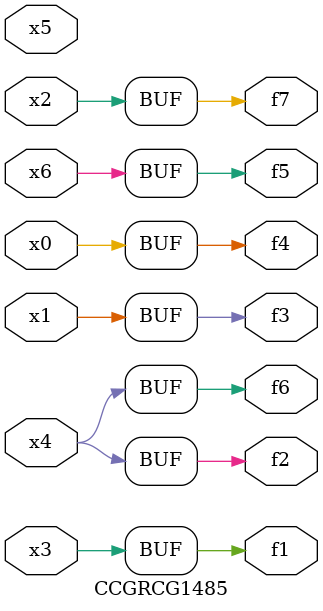
<source format=v>
module CCGRCG1485(
	input x0, x1, x2, x3, x4, x5, x6,
	output f1, f2, f3, f4, f5, f6, f7
);
	assign f1 = x3;
	assign f2 = x4;
	assign f3 = x1;
	assign f4 = x0;
	assign f5 = x6;
	assign f6 = x4;
	assign f7 = x2;
endmodule

</source>
